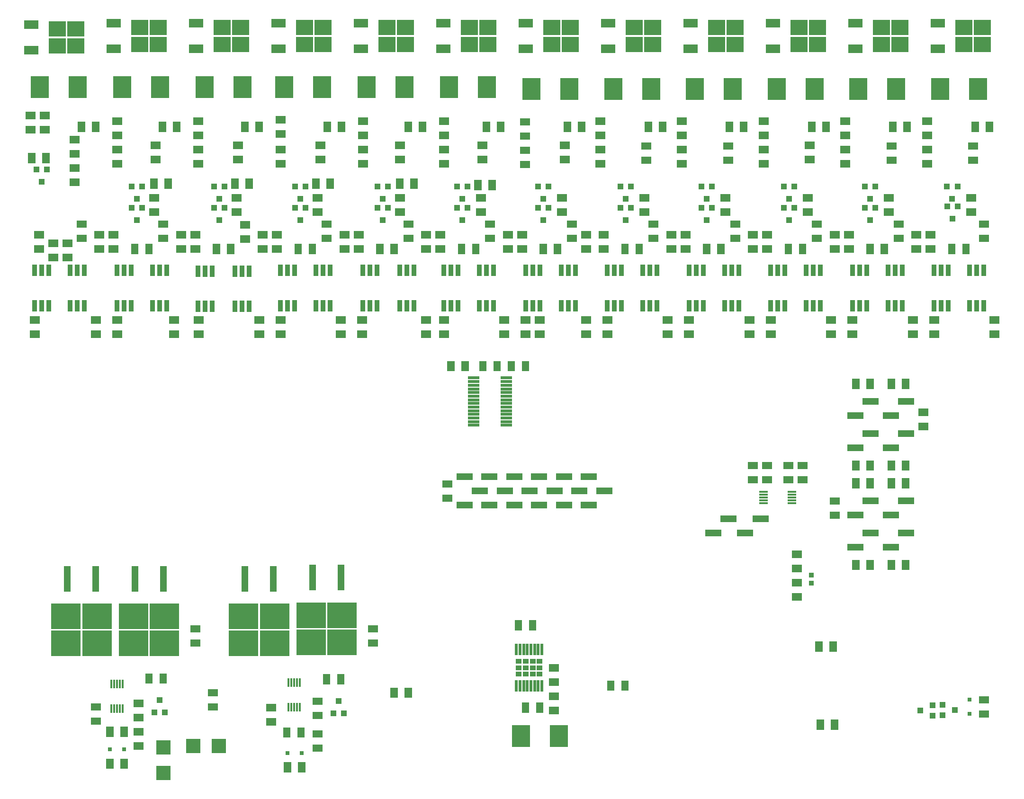
<source format=gtp>
G04 #@! TF.GenerationSoftware,KiCad,Pcbnew,(5.1.6)-1*
G04 #@! TF.CreationDate,2023-07-15T17:20:03+02:00*
G04 #@! TF.ProjectId,zone-controller,7a6f6e65-2d63-46f6-9e74-726f6c6c6572,rev?*
G04 #@! TF.SameCoordinates,Original*
G04 #@! TF.FileFunction,Paste,Top*
G04 #@! TF.FilePolarity,Positive*
%FSLAX46Y46*%
G04 Gerber Fmt 4.6, Leading zero omitted, Abs format (unit mm)*
G04 Created by KiCad (PCBNEW (5.1.6)-1) date 2023-07-15 17:20:03*
%MOMM*%
%LPD*%
G01*
G04 APERTURE LIST*
%ADD10R,1.000000X1.000000*%
%ADD11C,0.100000*%
%ADD12R,1.500000X0.350000*%
%ADD13R,3.000000X1.250000*%
%ADD14R,2.500000X2.500000*%
%ADD15R,5.250000X4.550000*%
%ADD16R,1.250000X4.600000*%
%ADD17R,2.500000X1.500000*%
%ADD18R,3.050000X2.750000*%
%ADD19R,0.900000X2.000000*%
%ADD20R,0.350000X1.500000*%
%ADD21R,2.000000X0.500000*%
%ADD22R,1.050000X0.880000*%
%ADD23R,0.500000X2.000000*%
%ADD24R,0.800000X0.800000*%
%ADD25R,3.300000X4.000000*%
%ADD26R,0.900000X0.900000*%
G04 APERTURE END LIST*
D10*
X130810000Y-40570000D03*
X129860000Y-38370000D03*
X131760000Y-38370000D03*
D11*
G36*
X76846000Y-37226000D02*
G01*
X75046000Y-37226000D01*
X75046000Y-35926000D01*
X76846000Y-35926000D01*
X76846000Y-37226000D01*
G37*
G36*
X76846000Y-39766000D02*
G01*
X75046000Y-39766000D01*
X75046000Y-38466000D01*
X76846000Y-38466000D01*
X76846000Y-39766000D01*
G37*
G36*
X135012000Y-37226000D02*
G01*
X133212000Y-37226000D01*
X133212000Y-35926000D01*
X135012000Y-35926000D01*
X135012000Y-37226000D01*
G37*
G36*
X135012000Y-39766000D02*
G01*
X133212000Y-39766000D01*
X133212000Y-38466000D01*
X135012000Y-38466000D01*
X135012000Y-39766000D01*
G37*
G36*
X208164000Y-37226000D02*
G01*
X206364000Y-37226000D01*
X206364000Y-35926000D01*
X208164000Y-35926000D01*
X208164000Y-37226000D01*
G37*
G36*
X208164000Y-39766000D02*
G01*
X206364000Y-39766000D01*
X206364000Y-38466000D01*
X208164000Y-38466000D01*
X208164000Y-39766000D01*
G37*
G36*
X149744000Y-37226000D02*
G01*
X147944000Y-37226000D01*
X147944000Y-35926000D01*
X149744000Y-35926000D01*
X149744000Y-37226000D01*
G37*
G36*
X149744000Y-39766000D02*
G01*
X147944000Y-39766000D01*
X147944000Y-38466000D01*
X149744000Y-38466000D01*
X149744000Y-39766000D01*
G37*
G36*
X164222000Y-37226000D02*
G01*
X162422000Y-37226000D01*
X162422000Y-35926000D01*
X164222000Y-35926000D01*
X164222000Y-37226000D01*
G37*
G36*
X164222000Y-39766000D02*
G01*
X162422000Y-39766000D01*
X162422000Y-38466000D01*
X164222000Y-38466000D01*
X164222000Y-39766000D01*
G37*
G36*
X193432000Y-37226000D02*
G01*
X191632000Y-37226000D01*
X191632000Y-35926000D01*
X193432000Y-35926000D01*
X193432000Y-37226000D01*
G37*
G36*
X193432000Y-39766000D02*
G01*
X191632000Y-39766000D01*
X191632000Y-38466000D01*
X193432000Y-38466000D01*
X193432000Y-39766000D01*
G37*
G36*
X178954000Y-37226000D02*
G01*
X177154000Y-37226000D01*
X177154000Y-35926000D01*
X178954000Y-35926000D01*
X178954000Y-37226000D01*
G37*
G36*
X178954000Y-39766000D02*
G01*
X177154000Y-39766000D01*
X177154000Y-38466000D01*
X178954000Y-38466000D01*
X178954000Y-39766000D01*
G37*
G36*
X208676000Y-22976000D02*
G01*
X208676000Y-24776000D01*
X207376000Y-24776000D01*
X207376000Y-22976000D01*
X208676000Y-22976000D01*
G37*
G36*
X211216000Y-22976000D02*
G01*
X211216000Y-24776000D01*
X209916000Y-24776000D01*
X209916000Y-22976000D01*
X211216000Y-22976000D01*
G37*
G36*
X150256000Y-22976000D02*
G01*
X150256000Y-24776000D01*
X148956000Y-24776000D01*
X148956000Y-22976000D01*
X150256000Y-22976000D01*
G37*
G36*
X152796000Y-22976000D02*
G01*
X152796000Y-24776000D01*
X151496000Y-24776000D01*
X151496000Y-22976000D01*
X152796000Y-22976000D01*
G37*
G36*
X135778000Y-22976000D02*
G01*
X135778000Y-24776000D01*
X134478000Y-24776000D01*
X134478000Y-22976000D01*
X135778000Y-22976000D01*
G37*
G36*
X138318000Y-22976000D02*
G01*
X138318000Y-24776000D01*
X137018000Y-24776000D01*
X137018000Y-22976000D01*
X138318000Y-22976000D01*
G37*
G36*
X164734000Y-22976000D02*
G01*
X164734000Y-24776000D01*
X163434000Y-24776000D01*
X163434000Y-22976000D01*
X164734000Y-22976000D01*
G37*
G36*
X167274000Y-22976000D02*
G01*
X167274000Y-24776000D01*
X165974000Y-24776000D01*
X165974000Y-22976000D01*
X167274000Y-22976000D01*
G37*
G36*
X193944000Y-22976000D02*
G01*
X193944000Y-24776000D01*
X192644000Y-24776000D01*
X192644000Y-22976000D01*
X193944000Y-22976000D01*
G37*
G36*
X196484000Y-22976000D02*
G01*
X196484000Y-24776000D01*
X195184000Y-24776000D01*
X195184000Y-22976000D01*
X196484000Y-22976000D01*
G37*
G36*
X179466000Y-22976000D02*
G01*
X179466000Y-24776000D01*
X178166000Y-24776000D01*
X178166000Y-22976000D01*
X179466000Y-22976000D01*
G37*
G36*
X182006000Y-22976000D02*
G01*
X182006000Y-24776000D01*
X180706000Y-24776000D01*
X180706000Y-22976000D01*
X182006000Y-22976000D01*
G37*
G36*
X120534000Y-37226000D02*
G01*
X118734000Y-37226000D01*
X118734000Y-35926000D01*
X120534000Y-35926000D01*
X120534000Y-37226000D01*
G37*
G36*
X120534000Y-39766000D02*
G01*
X118734000Y-39766000D01*
X118734000Y-38466000D01*
X120534000Y-38466000D01*
X120534000Y-39766000D01*
G37*
G36*
X106056000Y-37226000D02*
G01*
X104256000Y-37226000D01*
X104256000Y-35926000D01*
X106056000Y-35926000D01*
X106056000Y-37226000D01*
G37*
G36*
X106056000Y-39766000D02*
G01*
X104256000Y-39766000D01*
X104256000Y-38466000D01*
X106056000Y-38466000D01*
X106056000Y-39766000D01*
G37*
G36*
X62114000Y-37226000D02*
G01*
X60314000Y-37226000D01*
X60314000Y-35926000D01*
X62114000Y-35926000D01*
X62114000Y-37226000D01*
G37*
G36*
X62114000Y-39766000D02*
G01*
X60314000Y-39766000D01*
X60314000Y-38466000D01*
X62114000Y-38466000D01*
X62114000Y-39766000D01*
G37*
G36*
X91324000Y-37226000D02*
G01*
X89524000Y-37226000D01*
X89524000Y-35926000D01*
X91324000Y-35926000D01*
X91324000Y-37226000D01*
G37*
G36*
X91324000Y-39766000D02*
G01*
X89524000Y-39766000D01*
X89524000Y-38466000D01*
X91324000Y-38466000D01*
X91324000Y-39766000D01*
G37*
G36*
X46090000Y-33132000D02*
G01*
X47890000Y-33132000D01*
X47890000Y-34432000D01*
X46090000Y-34432000D01*
X46090000Y-33132000D01*
G37*
G36*
X46090000Y-30592000D02*
G01*
X47890000Y-30592000D01*
X47890000Y-31892000D01*
X46090000Y-31892000D01*
X46090000Y-30592000D01*
G37*
G36*
X107330000Y-22976000D02*
G01*
X107330000Y-24776000D01*
X106030000Y-24776000D01*
X106030000Y-22976000D01*
X107330000Y-22976000D01*
G37*
G36*
X109870000Y-22976000D02*
G01*
X109870000Y-24776000D01*
X108570000Y-24776000D01*
X108570000Y-22976000D01*
X109870000Y-22976000D01*
G37*
G36*
X121300000Y-22976000D02*
G01*
X121300000Y-24776000D01*
X120000000Y-24776000D01*
X120000000Y-22976000D01*
X121300000Y-22976000D01*
G37*
G36*
X123840000Y-22976000D02*
G01*
X123840000Y-24776000D01*
X122540000Y-24776000D01*
X122540000Y-22976000D01*
X123840000Y-22976000D01*
G37*
G36*
X121016000Y-35190000D02*
G01*
X121016000Y-33390000D01*
X122316000Y-33390000D01*
X122316000Y-35190000D01*
X121016000Y-35190000D01*
G37*
G36*
X118476000Y-35190000D02*
G01*
X118476000Y-33390000D01*
X119776000Y-33390000D01*
X119776000Y-35190000D01*
X118476000Y-35190000D01*
G37*
G36*
X107046000Y-34936000D02*
G01*
X107046000Y-33136000D01*
X108346000Y-33136000D01*
X108346000Y-34936000D01*
X107046000Y-34936000D01*
G37*
G36*
X104506000Y-34936000D02*
G01*
X104506000Y-33136000D01*
X105806000Y-33136000D01*
X105806000Y-34936000D01*
X104506000Y-34936000D01*
G37*
G36*
X63388000Y-22976000D02*
G01*
X63388000Y-24776000D01*
X62088000Y-24776000D01*
X62088000Y-22976000D01*
X63388000Y-22976000D01*
G37*
G36*
X65928000Y-22976000D02*
G01*
X65928000Y-24776000D01*
X64628000Y-24776000D01*
X64628000Y-22976000D01*
X65928000Y-22976000D01*
G37*
G36*
X92852000Y-22976000D02*
G01*
X92852000Y-24776000D01*
X91552000Y-24776000D01*
X91552000Y-22976000D01*
X92852000Y-22976000D01*
G37*
G36*
X95392000Y-22976000D02*
G01*
X95392000Y-24776000D01*
X94092000Y-24776000D01*
X94092000Y-22976000D01*
X95392000Y-22976000D01*
G37*
G36*
X78120000Y-22976000D02*
G01*
X78120000Y-24776000D01*
X76820000Y-24776000D01*
X76820000Y-22976000D01*
X78120000Y-22976000D01*
G37*
G36*
X80660000Y-22976000D02*
G01*
X80660000Y-24776000D01*
X79360000Y-24776000D01*
X79360000Y-22976000D01*
X80660000Y-22976000D01*
G37*
G36*
X63104000Y-34936000D02*
G01*
X63104000Y-33136000D01*
X64404000Y-33136000D01*
X64404000Y-34936000D01*
X63104000Y-34936000D01*
G37*
G36*
X60564000Y-34936000D02*
G01*
X60564000Y-33136000D01*
X61864000Y-33136000D01*
X61864000Y-34936000D01*
X60564000Y-34936000D01*
G37*
G36*
X92060000Y-34936000D02*
G01*
X92060000Y-33136000D01*
X93360000Y-33136000D01*
X93360000Y-34936000D01*
X92060000Y-34936000D01*
G37*
G36*
X89520000Y-34936000D02*
G01*
X89520000Y-33136000D01*
X90820000Y-33136000D01*
X90820000Y-34936000D01*
X89520000Y-34936000D01*
G37*
G36*
X77582000Y-34936000D02*
G01*
X77582000Y-33136000D01*
X78882000Y-33136000D01*
X78882000Y-34936000D01*
X77582000Y-34936000D01*
G37*
G36*
X75042000Y-34936000D02*
G01*
X75042000Y-33136000D01*
X76342000Y-33136000D01*
X76342000Y-34936000D01*
X75042000Y-34936000D01*
G37*
G36*
X48910000Y-22976000D02*
G01*
X48910000Y-24776000D01*
X47610000Y-24776000D01*
X47610000Y-22976000D01*
X48910000Y-22976000D01*
G37*
G36*
X51450000Y-22976000D02*
G01*
X51450000Y-24776000D01*
X50150000Y-24776000D01*
X50150000Y-22976000D01*
X51450000Y-22976000D01*
G37*
G36*
X40020000Y-28564000D02*
G01*
X40020000Y-30364000D01*
X38720000Y-30364000D01*
X38720000Y-28564000D01*
X40020000Y-28564000D01*
G37*
G36*
X42560000Y-28564000D02*
G01*
X42560000Y-30364000D01*
X41260000Y-30364000D01*
X41260000Y-28564000D01*
X42560000Y-28564000D01*
G37*
D10*
X203962000Y-40316000D03*
X203012000Y-38116000D03*
X204912000Y-38116000D03*
X145542000Y-40570000D03*
X144592000Y-38370000D03*
X146492000Y-38370000D03*
X160020000Y-40570000D03*
X159070000Y-38370000D03*
X160970000Y-38370000D03*
X189230000Y-40570000D03*
X188280000Y-38370000D03*
X190180000Y-38370000D03*
X174752000Y-40570000D03*
X173802000Y-38370000D03*
X175702000Y-38370000D03*
X130810000Y-36744000D03*
X129860000Y-34544000D03*
X131760000Y-34544000D03*
X203896000Y-36744000D03*
X202946000Y-34544000D03*
X204846000Y-34544000D03*
X145542000Y-36760000D03*
X144592000Y-34560000D03*
X146492000Y-34560000D03*
X160020000Y-36760000D03*
X159070000Y-34560000D03*
X160970000Y-34560000D03*
X189230000Y-36760000D03*
X188280000Y-34560000D03*
X190180000Y-34560000D03*
X174752000Y-36744000D03*
X173802000Y-34544000D03*
X175702000Y-34544000D03*
X116332000Y-40570000D03*
X115382000Y-38370000D03*
X117282000Y-38370000D03*
X102108000Y-40570000D03*
X101158000Y-38370000D03*
X103058000Y-38370000D03*
X58166000Y-40570000D03*
X57216000Y-38370000D03*
X59116000Y-38370000D03*
X87376000Y-40570000D03*
X86426000Y-38370000D03*
X88326000Y-38370000D03*
X72898000Y-40570000D03*
X71948000Y-38370000D03*
X73848000Y-38370000D03*
X116332000Y-36760000D03*
X115382000Y-34560000D03*
X117282000Y-34560000D03*
X102108000Y-36760000D03*
X101158000Y-34560000D03*
X103058000Y-34560000D03*
X58166000Y-36760000D03*
X57216000Y-34560000D03*
X59116000Y-34560000D03*
X87376000Y-36760000D03*
X86426000Y-34560000D03*
X88326000Y-34560000D03*
X72898000Y-36760000D03*
X71948000Y-34560000D03*
X73848000Y-34560000D03*
X41148000Y-33712000D03*
X40198000Y-31512000D03*
X42098000Y-31512000D03*
D12*
X175260000Y-89170000D03*
X175260000Y-89670000D03*
X175260000Y-90170000D03*
X175260000Y-90670000D03*
X175260000Y-91170000D03*
X170180000Y-91170000D03*
X170180000Y-90670000D03*
X170180000Y-90170000D03*
X170180000Y-89170000D03*
X170180000Y-89670000D03*
D13*
X192935000Y-99060000D03*
X195685000Y-96520000D03*
D11*
G36*
X194930000Y-85355000D02*
G01*
X194930000Y-83555000D01*
X196230000Y-83555000D01*
X196230000Y-85355000D01*
X194930000Y-85355000D01*
G37*
G36*
X192390000Y-85355000D02*
G01*
X192390000Y-83555000D01*
X193690000Y-83555000D01*
X193690000Y-85355000D01*
X192390000Y-85355000D01*
G37*
G36*
X188580000Y-85355000D02*
G01*
X188580000Y-83555000D01*
X189880000Y-83555000D01*
X189880000Y-85355000D01*
X188580000Y-85355000D01*
G37*
G36*
X186040000Y-85355000D02*
G01*
X186040000Y-83555000D01*
X187340000Y-83555000D01*
X187340000Y-85355000D01*
X186040000Y-85355000D01*
G37*
G36*
X197855000Y-76820000D02*
G01*
X199655000Y-76820000D01*
X199655000Y-78120000D01*
X197855000Y-78120000D01*
X197855000Y-76820000D01*
G37*
G36*
X197855000Y-74280000D02*
G01*
X199655000Y-74280000D01*
X199655000Y-75580000D01*
X197855000Y-75580000D01*
X197855000Y-74280000D01*
G37*
G36*
X187340000Y-68950000D02*
G01*
X187340000Y-70750000D01*
X186040000Y-70750000D01*
X186040000Y-68950000D01*
X187340000Y-68950000D01*
G37*
G36*
X189880000Y-68950000D02*
G01*
X189880000Y-70750000D01*
X188580000Y-70750000D01*
X188580000Y-68950000D01*
X189880000Y-68950000D01*
G37*
G36*
X193690000Y-68950000D02*
G01*
X193690000Y-70750000D01*
X192390000Y-70750000D01*
X192390000Y-68950000D01*
X193690000Y-68950000D01*
G37*
G36*
X196230000Y-68950000D02*
G01*
X196230000Y-70750000D01*
X194930000Y-70750000D01*
X194930000Y-68950000D01*
X196230000Y-68950000D01*
G37*
G36*
X187340000Y-101335000D02*
G01*
X187340000Y-103135000D01*
X186040000Y-103135000D01*
X186040000Y-101335000D01*
X187340000Y-101335000D01*
G37*
G36*
X189880000Y-101335000D02*
G01*
X189880000Y-103135000D01*
X188580000Y-103135000D01*
X188580000Y-101335000D01*
X189880000Y-101335000D01*
G37*
G36*
X193690000Y-101335000D02*
G01*
X193690000Y-103135000D01*
X192390000Y-103135000D01*
X192390000Y-101335000D01*
X193690000Y-101335000D01*
G37*
G36*
X196230000Y-101335000D02*
G01*
X196230000Y-103135000D01*
X194930000Y-103135000D01*
X194930000Y-101335000D01*
X196230000Y-101335000D01*
G37*
G36*
X181980000Y-92695000D02*
G01*
X183780000Y-92695000D01*
X183780000Y-93995000D01*
X181980000Y-93995000D01*
X181980000Y-92695000D01*
G37*
G36*
X181980000Y-90155000D02*
G01*
X183780000Y-90155000D01*
X183780000Y-91455000D01*
X181980000Y-91455000D01*
X181980000Y-90155000D01*
G37*
G36*
X194930000Y-88530000D02*
G01*
X194930000Y-86730000D01*
X196230000Y-86730000D01*
X196230000Y-88530000D01*
X194930000Y-88530000D01*
G37*
G36*
X192390000Y-88530000D02*
G01*
X192390000Y-86730000D01*
X193690000Y-86730000D01*
X193690000Y-88530000D01*
X192390000Y-88530000D01*
G37*
G36*
X188580000Y-88530000D02*
G01*
X188580000Y-86730000D01*
X189880000Y-86730000D01*
X189880000Y-88530000D01*
X188580000Y-88530000D01*
G37*
G36*
X186040000Y-88530000D02*
G01*
X186040000Y-86730000D01*
X187340000Y-86730000D01*
X187340000Y-88530000D01*
X186040000Y-88530000D01*
G37*
D13*
X189335000Y-78740000D03*
X186585000Y-81280000D03*
X192935000Y-81280000D03*
X195685000Y-78740000D03*
X195685000Y-73025000D03*
X192935000Y-75565000D03*
X186585000Y-75565000D03*
X189335000Y-73025000D03*
X189335000Y-96520000D03*
X186585000Y-99060000D03*
X186585000Y-93345000D03*
X189335000Y-90805000D03*
X195685000Y-90805000D03*
X192935000Y-93345000D03*
D11*
G36*
X129275000Y-60310000D02*
G01*
X131075000Y-60310000D01*
X131075000Y-61610000D01*
X129275000Y-61610000D01*
X129275000Y-60310000D01*
G37*
G36*
X129275000Y-57770000D02*
G01*
X131075000Y-57770000D01*
X131075000Y-59070000D01*
X129275000Y-59070000D01*
X129275000Y-57770000D01*
G37*
D13*
X138960000Y-86487000D03*
X138960000Y-91567000D03*
X141710000Y-89027000D03*
X134515000Y-86487000D03*
X134515000Y-91567000D03*
X137265000Y-89027000D03*
X130070000Y-86487000D03*
X130070000Y-91567000D03*
X132820000Y-89027000D03*
X125625000Y-86487000D03*
X125625000Y-91567000D03*
X128375000Y-89027000D03*
X121180000Y-86487000D03*
X121180000Y-91567000D03*
X123930000Y-89027000D03*
X116735000Y-86487000D03*
X116735000Y-91567000D03*
X119485000Y-89027000D03*
X166900000Y-96520000D03*
X169650000Y-93980000D03*
X161185000Y-96520000D03*
X163935000Y-93980000D03*
D14*
X68185000Y-134620000D03*
X72785000Y-134620000D03*
X62865000Y-139460000D03*
X62865000Y-134860000D03*
D15*
X94850000Y-116090000D03*
X94850000Y-111240000D03*
X89300000Y-111240000D03*
X89300000Y-116090000D03*
D16*
X89535000Y-104515000D03*
X94615000Y-104515000D03*
D15*
X82785000Y-116290000D03*
X82785000Y-111440000D03*
X77235000Y-111440000D03*
X77235000Y-116290000D03*
D16*
X77470000Y-104715000D03*
X82550000Y-104715000D03*
D15*
X63100000Y-116290000D03*
X63100000Y-111440000D03*
X57550000Y-111440000D03*
X57550000Y-116290000D03*
D16*
X57785000Y-104715000D03*
X62865000Y-104715000D03*
D15*
X51035000Y-116290000D03*
X51035000Y-111440000D03*
X45485000Y-111440000D03*
X45485000Y-116290000D03*
D16*
X45720000Y-104715000D03*
X50800000Y-104715000D03*
D17*
X39293000Y-5594000D03*
X39293000Y-10154000D03*
D18*
X47268000Y-9399000D03*
X43918000Y-6349000D03*
X47268000Y-6349000D03*
X43918000Y-9399000D03*
D19*
X207010000Y-49555000D03*
X208280000Y-55855000D03*
X209550000Y-49555000D03*
X208280000Y-49555000D03*
X209550000Y-55855000D03*
X207010000Y-55855000D03*
X203200000Y-55855000D03*
X201930000Y-49555000D03*
X200660000Y-55855000D03*
X201930000Y-55855000D03*
X200660000Y-49555000D03*
X203200000Y-49555000D03*
X192405000Y-49555000D03*
X193675000Y-55855000D03*
X194945000Y-49555000D03*
X193675000Y-49555000D03*
X194945000Y-55855000D03*
X192405000Y-55855000D03*
X188595000Y-55855000D03*
X187325000Y-49555000D03*
X186055000Y-55855000D03*
X187325000Y-55855000D03*
X186055000Y-49555000D03*
X188595000Y-49555000D03*
X177800000Y-49555000D03*
X179070000Y-55855000D03*
X180340000Y-49555000D03*
X179070000Y-49555000D03*
X180340000Y-55855000D03*
X177800000Y-55855000D03*
X173990000Y-55855000D03*
X172720000Y-49555000D03*
X171450000Y-55855000D03*
X172720000Y-55855000D03*
X171450000Y-49555000D03*
X173990000Y-49555000D03*
X163195000Y-49555000D03*
X164465000Y-55855000D03*
X165735000Y-49555000D03*
X164465000Y-49555000D03*
X165735000Y-55855000D03*
X163195000Y-55855000D03*
X159385000Y-55855000D03*
X158115000Y-49555000D03*
X156845000Y-55855000D03*
X158115000Y-55855000D03*
X156845000Y-49555000D03*
X159385000Y-49555000D03*
X148590000Y-49555000D03*
X149860000Y-55855000D03*
X151130000Y-49555000D03*
X149860000Y-49555000D03*
X151130000Y-55855000D03*
X148590000Y-55855000D03*
X144780000Y-55855000D03*
X143510000Y-49555000D03*
X142240000Y-55855000D03*
X143510000Y-55855000D03*
X142240000Y-49555000D03*
X144780000Y-49555000D03*
X133985000Y-49555000D03*
X135255000Y-55855000D03*
X136525000Y-49555000D03*
X135255000Y-49555000D03*
X136525000Y-55855000D03*
X133985000Y-55855000D03*
X130175000Y-55855000D03*
X128905000Y-49555000D03*
X127635000Y-55855000D03*
X128905000Y-55855000D03*
X127635000Y-49555000D03*
X130175000Y-49555000D03*
X119380000Y-49555000D03*
X120650000Y-55855000D03*
X121920000Y-49555000D03*
X120650000Y-49555000D03*
X121920000Y-55855000D03*
X119380000Y-55855000D03*
X115570000Y-55855000D03*
X114300000Y-49555000D03*
X113030000Y-55855000D03*
X114300000Y-55855000D03*
X113030000Y-49555000D03*
X115570000Y-49555000D03*
X105156000Y-49555000D03*
X106426000Y-55855000D03*
X107696000Y-49555000D03*
X106426000Y-49555000D03*
X107696000Y-55855000D03*
X105156000Y-55855000D03*
X101092000Y-55855000D03*
X99822000Y-49555000D03*
X98552000Y-55855000D03*
X99822000Y-55855000D03*
X98552000Y-49555000D03*
X101092000Y-49555000D03*
X90170000Y-49555000D03*
X91440000Y-55855000D03*
X92710000Y-49555000D03*
X91440000Y-49555000D03*
X92710000Y-55855000D03*
X90170000Y-55855000D03*
X86360000Y-55855000D03*
X85090000Y-49555000D03*
X83820000Y-55855000D03*
X85090000Y-55855000D03*
X83820000Y-49555000D03*
X86360000Y-49555000D03*
X75692000Y-49682000D03*
X76962000Y-55982000D03*
X78232000Y-49682000D03*
X76962000Y-49682000D03*
X78232000Y-55982000D03*
X75692000Y-55982000D03*
X71628000Y-55982000D03*
X70358000Y-49682000D03*
X69088000Y-55982000D03*
X70358000Y-55982000D03*
X69088000Y-49682000D03*
X71628000Y-49682000D03*
X60960000Y-49555000D03*
X62230000Y-55855000D03*
X63500000Y-49555000D03*
X62230000Y-49555000D03*
X63500000Y-55855000D03*
X60960000Y-55855000D03*
X57150000Y-55855000D03*
X55880000Y-49555000D03*
X54610000Y-55855000D03*
X55880000Y-55855000D03*
X54610000Y-49555000D03*
X57150000Y-49555000D03*
X46228000Y-49555000D03*
X47498000Y-55855000D03*
X48768000Y-49555000D03*
X47498000Y-49555000D03*
X48768000Y-55855000D03*
X46228000Y-55855000D03*
X42418000Y-55855000D03*
X41148000Y-49555000D03*
X39878000Y-55855000D03*
X41148000Y-55855000D03*
X39878000Y-49555000D03*
X42418000Y-49555000D03*
D20*
X86749000Y-127717000D03*
X87249000Y-123317000D03*
X86249000Y-123317000D03*
X85249000Y-127717000D03*
X85749000Y-123317000D03*
X85749000Y-127717000D03*
X85249000Y-123317000D03*
X87249000Y-127717000D03*
X86749000Y-123317000D03*
X86249000Y-127717000D03*
X55110000Y-127930000D03*
X55610000Y-123530000D03*
X54610000Y-123530000D03*
X53610000Y-127930000D03*
X54110000Y-123530000D03*
X54110000Y-127930000D03*
X53610000Y-123530000D03*
X55610000Y-127930000D03*
X55110000Y-123530000D03*
X54610000Y-127930000D03*
D21*
X124187500Y-77250000D03*
X124187500Y-72050000D03*
X124187500Y-75950000D03*
X124187500Y-70750000D03*
X118382500Y-71400000D03*
X118382500Y-77250000D03*
X118382500Y-72700000D03*
X124187500Y-70100000D03*
X124187500Y-69450000D03*
X124187500Y-68800000D03*
X118382500Y-75300000D03*
X118382500Y-70750000D03*
X118382500Y-70100000D03*
X124187500Y-74000000D03*
X118382500Y-74650000D03*
X124187500Y-73350000D03*
X118382500Y-68800000D03*
X118382500Y-73350000D03*
X124187500Y-72700000D03*
X124187500Y-76600000D03*
X118382500Y-72050000D03*
X118382500Y-74000000D03*
X124187500Y-74650000D03*
X118382500Y-75950000D03*
X124187500Y-71400000D03*
X118382500Y-69450000D03*
X118382500Y-76600000D03*
X124187500Y-75300000D03*
D17*
X201345000Y-5340000D03*
X201345000Y-9900000D03*
D18*
X209320000Y-9145000D03*
X205970000Y-6095000D03*
X209320000Y-6095000D03*
X205970000Y-9145000D03*
D17*
X186613000Y-5340000D03*
X186613000Y-9900000D03*
D18*
X194588000Y-9145000D03*
X191238000Y-6095000D03*
X194588000Y-6095000D03*
X191238000Y-9145000D03*
D17*
X171881000Y-5340000D03*
X171881000Y-9900000D03*
D18*
X179856000Y-9145000D03*
X176506000Y-6095000D03*
X179856000Y-6095000D03*
X176506000Y-9145000D03*
D17*
X157149000Y-5340000D03*
X157149000Y-9900000D03*
D18*
X165124000Y-9145000D03*
X161774000Y-6095000D03*
X165124000Y-6095000D03*
X161774000Y-9145000D03*
D17*
X142417000Y-5340000D03*
X142417000Y-9900000D03*
D18*
X150392000Y-9145000D03*
X147042000Y-6095000D03*
X150392000Y-6095000D03*
X147042000Y-9145000D03*
D17*
X127685000Y-5340000D03*
X127685000Y-9900000D03*
D18*
X135660000Y-9145000D03*
X132310000Y-6095000D03*
X135660000Y-6095000D03*
X132310000Y-9145000D03*
D17*
X112953000Y-5340000D03*
X112953000Y-9900000D03*
D18*
X120928000Y-9145000D03*
X117578000Y-6095000D03*
X120928000Y-6095000D03*
X117578000Y-9145000D03*
D17*
X98221000Y-5340000D03*
X98221000Y-9900000D03*
D18*
X106196000Y-9145000D03*
X102846000Y-6095000D03*
X106196000Y-6095000D03*
X102846000Y-9145000D03*
D17*
X83489000Y-5340000D03*
X83489000Y-9900000D03*
D18*
X91464000Y-9145000D03*
X88114000Y-6095000D03*
X91464000Y-6095000D03*
X88114000Y-9145000D03*
D17*
X68757000Y-5340000D03*
X68757000Y-9900000D03*
D18*
X76732000Y-9145000D03*
X73382000Y-6095000D03*
X76732000Y-6095000D03*
X73382000Y-9145000D03*
D17*
X54025000Y-5340000D03*
X54025000Y-9900000D03*
D18*
X62000000Y-9145000D03*
X58650000Y-6095000D03*
X62000000Y-6095000D03*
X58650000Y-9145000D03*
D22*
X127645000Y-121783400D03*
X126395000Y-121783400D03*
D23*
X129245000Y-117400000D03*
X130545000Y-123900000D03*
X126645000Y-117400000D03*
D22*
X127645000Y-119516600D03*
D23*
X127295000Y-123900000D03*
X129245000Y-123900000D03*
X128595000Y-117400000D03*
X125995000Y-123900000D03*
X127945000Y-123900000D03*
X128595000Y-123900000D03*
X129895000Y-123900000D03*
X126645000Y-123900000D03*
X130545000Y-117400000D03*
X129895000Y-117400000D03*
X127945000Y-117400000D03*
X127295000Y-117400000D03*
X125995000Y-117400000D03*
D22*
X126395000Y-120650000D03*
X126395000Y-119516600D03*
X127645000Y-120650000D03*
X130145000Y-119516600D03*
X128895000Y-119516600D03*
X130145000Y-120650000D03*
X130145000Y-121783400D03*
X128895000Y-121783400D03*
X128895000Y-120650000D03*
D11*
G36*
X106030000Y-125995000D02*
G01*
X106030000Y-124195000D01*
X107330000Y-124195000D01*
X107330000Y-125995000D01*
X106030000Y-125995000D01*
G37*
G36*
X103490000Y-125995000D02*
G01*
X103490000Y-124195000D01*
X104790000Y-124195000D01*
X104790000Y-125995000D01*
X103490000Y-125995000D01*
G37*
G36*
X93965000Y-123582000D02*
G01*
X93965000Y-121782000D01*
X95265000Y-121782000D01*
X95265000Y-123582000D01*
X93965000Y-123582000D01*
G37*
G36*
X91425000Y-123582000D02*
G01*
X91425000Y-121782000D01*
X92725000Y-121782000D01*
X92725000Y-123582000D01*
X91425000Y-123582000D01*
G37*
G36*
X89524000Y-128509000D02*
G01*
X91324000Y-128509000D01*
X91324000Y-129809000D01*
X89524000Y-129809000D01*
X89524000Y-128509000D01*
G37*
G36*
X89524000Y-125969000D02*
G01*
X91324000Y-125969000D01*
X91324000Y-127269000D01*
X89524000Y-127269000D01*
X89524000Y-125969000D01*
G37*
G36*
X81269000Y-129652000D02*
G01*
X83069000Y-129652000D01*
X83069000Y-130952000D01*
X81269000Y-130952000D01*
X81269000Y-129652000D01*
G37*
G36*
X81269000Y-127112000D02*
G01*
X83069000Y-127112000D01*
X83069000Y-128412000D01*
X81269000Y-128412000D01*
X81269000Y-127112000D01*
G37*
G36*
X91324000Y-133111000D02*
G01*
X89524000Y-133111000D01*
X89524000Y-131811000D01*
X91324000Y-131811000D01*
X91324000Y-133111000D01*
G37*
G36*
X91324000Y-135651000D02*
G01*
X89524000Y-135651000D01*
X89524000Y-134351000D01*
X91324000Y-134351000D01*
X91324000Y-135651000D01*
G37*
G36*
X114565000Y-88407000D02*
G01*
X112765000Y-88407000D01*
X112765000Y-87107000D01*
X114565000Y-87107000D01*
X114565000Y-88407000D01*
G37*
G36*
X114565000Y-90947000D02*
G01*
X112765000Y-90947000D01*
X112765000Y-89647000D01*
X114565000Y-89647000D01*
X114565000Y-90947000D01*
G37*
G36*
X208650000Y-128255000D02*
G01*
X210450000Y-128255000D01*
X210450000Y-129555000D01*
X208650000Y-129555000D01*
X208650000Y-128255000D01*
G37*
G36*
X208650000Y-125715000D02*
G01*
X210450000Y-125715000D01*
X210450000Y-127015000D01*
X208650000Y-127015000D01*
X208650000Y-125715000D01*
G37*
G36*
X70855000Y-126985000D02*
G01*
X72655000Y-126985000D01*
X72655000Y-128285000D01*
X70855000Y-128285000D01*
X70855000Y-126985000D01*
G37*
G36*
X70855000Y-124445000D02*
G01*
X72655000Y-124445000D01*
X72655000Y-125745000D01*
X70855000Y-125745000D01*
X70855000Y-124445000D01*
G37*
G36*
X62215000Y-123455000D02*
G01*
X62215000Y-121655000D01*
X63515000Y-121655000D01*
X63515000Y-123455000D01*
X62215000Y-123455000D01*
G37*
G36*
X59675000Y-123455000D02*
G01*
X59675000Y-121655000D01*
X60975000Y-121655000D01*
X60975000Y-123455000D01*
X59675000Y-123455000D01*
G37*
G36*
X177049000Y-106060000D02*
G01*
X175249000Y-106060000D01*
X175249000Y-104760000D01*
X177049000Y-104760000D01*
X177049000Y-106060000D01*
G37*
G36*
X177049000Y-108600000D02*
G01*
X175249000Y-108600000D01*
X175249000Y-107300000D01*
X177049000Y-107300000D01*
X177049000Y-108600000D01*
G37*
G36*
X57520000Y-128890000D02*
G01*
X59320000Y-128890000D01*
X59320000Y-130190000D01*
X57520000Y-130190000D01*
X57520000Y-128890000D01*
G37*
G36*
X57520000Y-126350000D02*
G01*
X59320000Y-126350000D01*
X59320000Y-127650000D01*
X57520000Y-127650000D01*
X57520000Y-126350000D01*
G37*
G36*
X181976000Y-117740000D02*
G01*
X181976000Y-115940000D01*
X183276000Y-115940000D01*
X183276000Y-117740000D01*
X181976000Y-117740000D01*
G37*
G36*
X179436000Y-117740000D02*
G01*
X179436000Y-115940000D01*
X180736000Y-115940000D01*
X180736000Y-117740000D01*
X179436000Y-117740000D01*
G37*
G36*
X49900000Y-129525000D02*
G01*
X51700000Y-129525000D01*
X51700000Y-130825000D01*
X49900000Y-130825000D01*
X49900000Y-129525000D01*
G37*
G36*
X49900000Y-126985000D02*
G01*
X51700000Y-126985000D01*
X51700000Y-128285000D01*
X49900000Y-128285000D01*
X49900000Y-126985000D01*
G37*
G36*
X59320000Y-132730000D02*
G01*
X57520000Y-132730000D01*
X57520000Y-131430000D01*
X59320000Y-131430000D01*
X59320000Y-132730000D01*
G37*
G36*
X59320000Y-135270000D02*
G01*
X57520000Y-135270000D01*
X57520000Y-133970000D01*
X59320000Y-133970000D01*
X59320000Y-135270000D01*
G37*
G36*
X182230000Y-131710000D02*
G01*
X182230000Y-129910000D01*
X183530000Y-129910000D01*
X183530000Y-131710000D01*
X182230000Y-131710000D01*
G37*
G36*
X179690000Y-131710000D02*
G01*
X179690000Y-129910000D01*
X180990000Y-129910000D01*
X180990000Y-131710000D01*
X179690000Y-131710000D01*
G37*
G36*
X210450000Y-41925000D02*
G01*
X208650000Y-41925000D01*
X208650000Y-40625000D01*
X210450000Y-40625000D01*
X210450000Y-41925000D01*
G37*
G36*
X210450000Y-44465000D02*
G01*
X208650000Y-44465000D01*
X208650000Y-43165000D01*
X210450000Y-43165000D01*
X210450000Y-44465000D01*
G37*
G36*
X195210000Y-41925000D02*
G01*
X193410000Y-41925000D01*
X193410000Y-40625000D01*
X195210000Y-40625000D01*
X195210000Y-41925000D01*
G37*
G36*
X195210000Y-44465000D02*
G01*
X193410000Y-44465000D01*
X193410000Y-43165000D01*
X195210000Y-43165000D01*
X195210000Y-44465000D01*
G37*
G36*
X180605000Y-41925000D02*
G01*
X178805000Y-41925000D01*
X178805000Y-40625000D01*
X180605000Y-40625000D01*
X180605000Y-41925000D01*
G37*
G36*
X180605000Y-44465000D02*
G01*
X178805000Y-44465000D01*
X178805000Y-43165000D01*
X180605000Y-43165000D01*
X180605000Y-44465000D01*
G37*
G36*
X166000000Y-41925000D02*
G01*
X164200000Y-41925000D01*
X164200000Y-40625000D01*
X166000000Y-40625000D01*
X166000000Y-41925000D01*
G37*
G36*
X166000000Y-44465000D02*
G01*
X164200000Y-44465000D01*
X164200000Y-43165000D01*
X166000000Y-43165000D01*
X166000000Y-44465000D01*
G37*
G36*
X151395000Y-41925000D02*
G01*
X149595000Y-41925000D01*
X149595000Y-40625000D01*
X151395000Y-40625000D01*
X151395000Y-41925000D01*
G37*
G36*
X151395000Y-44465000D02*
G01*
X149595000Y-44465000D01*
X149595000Y-43165000D01*
X151395000Y-43165000D01*
X151395000Y-44465000D01*
G37*
G36*
X136790000Y-41925000D02*
G01*
X134990000Y-41925000D01*
X134990000Y-40625000D01*
X136790000Y-40625000D01*
X136790000Y-41925000D01*
G37*
G36*
X136790000Y-44465000D02*
G01*
X134990000Y-44465000D01*
X134990000Y-43165000D01*
X136790000Y-43165000D01*
X136790000Y-44465000D01*
G37*
G36*
X205725000Y-46620000D02*
G01*
X205725000Y-44820000D01*
X207025000Y-44820000D01*
X207025000Y-46620000D01*
X205725000Y-46620000D01*
G37*
G36*
X203185000Y-46620000D02*
G01*
X203185000Y-44820000D01*
X204485000Y-44820000D01*
X204485000Y-46620000D01*
X203185000Y-46620000D01*
G37*
G36*
X191120000Y-46620000D02*
G01*
X191120000Y-44820000D01*
X192420000Y-44820000D01*
X192420000Y-46620000D01*
X191120000Y-46620000D01*
G37*
G36*
X188580000Y-46620000D02*
G01*
X188580000Y-44820000D01*
X189880000Y-44820000D01*
X189880000Y-46620000D01*
X188580000Y-46620000D01*
G37*
G36*
X176515000Y-46620000D02*
G01*
X176515000Y-44820000D01*
X177815000Y-44820000D01*
X177815000Y-46620000D01*
X176515000Y-46620000D01*
G37*
G36*
X173975000Y-46620000D02*
G01*
X173975000Y-44820000D01*
X175275000Y-44820000D01*
X175275000Y-46620000D01*
X173975000Y-46620000D01*
G37*
G36*
X161910000Y-46620000D02*
G01*
X161910000Y-44820000D01*
X163210000Y-44820000D01*
X163210000Y-46620000D01*
X161910000Y-46620000D01*
G37*
G36*
X159370000Y-46620000D02*
G01*
X159370000Y-44820000D01*
X160670000Y-44820000D01*
X160670000Y-46620000D01*
X159370000Y-46620000D01*
G37*
G36*
X147305000Y-46620000D02*
G01*
X147305000Y-44820000D01*
X148605000Y-44820000D01*
X148605000Y-46620000D01*
X147305000Y-46620000D01*
G37*
G36*
X144765000Y-46620000D02*
G01*
X144765000Y-44820000D01*
X146065000Y-44820000D01*
X146065000Y-46620000D01*
X144765000Y-46620000D01*
G37*
G36*
X132700000Y-46620000D02*
G01*
X132700000Y-44820000D01*
X134000000Y-44820000D01*
X134000000Y-46620000D01*
X132700000Y-46620000D01*
G37*
G36*
X130160000Y-46620000D02*
G01*
X130160000Y-44820000D01*
X131460000Y-44820000D01*
X131460000Y-46620000D01*
X130160000Y-46620000D01*
G37*
G36*
X200290000Y-28590000D02*
G01*
X198490000Y-28590000D01*
X198490000Y-27290000D01*
X200290000Y-27290000D01*
X200290000Y-28590000D01*
G37*
G36*
X200290000Y-31130000D02*
G01*
X198490000Y-31130000D01*
X198490000Y-29830000D01*
X200290000Y-29830000D01*
X200290000Y-31130000D01*
G37*
G36*
X185685000Y-28590000D02*
G01*
X183885000Y-28590000D01*
X183885000Y-27290000D01*
X185685000Y-27290000D01*
X185685000Y-28590000D01*
G37*
G36*
X185685000Y-31130000D02*
G01*
X183885000Y-31130000D01*
X183885000Y-29830000D01*
X185685000Y-29830000D01*
X185685000Y-31130000D01*
G37*
G36*
X171080000Y-28590000D02*
G01*
X169280000Y-28590000D01*
X169280000Y-27290000D01*
X171080000Y-27290000D01*
X171080000Y-28590000D01*
G37*
G36*
X171080000Y-31130000D02*
G01*
X169280000Y-31130000D01*
X169280000Y-29830000D01*
X171080000Y-29830000D01*
X171080000Y-31130000D01*
G37*
G36*
X156475000Y-28590000D02*
G01*
X154675000Y-28590000D01*
X154675000Y-27290000D01*
X156475000Y-27290000D01*
X156475000Y-28590000D01*
G37*
G36*
X156475000Y-31130000D02*
G01*
X154675000Y-31130000D01*
X154675000Y-29830000D01*
X156475000Y-29830000D01*
X156475000Y-31130000D01*
G37*
G36*
X144765000Y-124725000D02*
G01*
X144765000Y-122925000D01*
X146065000Y-122925000D01*
X146065000Y-124725000D01*
X144765000Y-124725000D01*
G37*
G36*
X142225000Y-124725000D02*
G01*
X142225000Y-122925000D01*
X143525000Y-122925000D01*
X143525000Y-124725000D01*
X142225000Y-124725000D01*
G37*
G36*
X131815000Y-122540000D02*
G01*
X133615000Y-122540000D01*
X133615000Y-123840000D01*
X131815000Y-123840000D01*
X131815000Y-122540000D01*
G37*
G36*
X131815000Y-120000000D02*
G01*
X133615000Y-120000000D01*
X133615000Y-121300000D01*
X131815000Y-121300000D01*
X131815000Y-120000000D01*
G37*
G36*
X133615000Y-126380000D02*
G01*
X131815000Y-126380000D01*
X131815000Y-125080000D01*
X133615000Y-125080000D01*
X133615000Y-126380000D01*
G37*
G36*
X133615000Y-128920000D02*
G01*
X131815000Y-128920000D01*
X131815000Y-127620000D01*
X133615000Y-127620000D01*
X133615000Y-128920000D01*
G37*
G36*
X125745000Y-65775000D02*
G01*
X125745000Y-67575000D01*
X124445000Y-67575000D01*
X124445000Y-65775000D01*
X125745000Y-65775000D01*
G37*
G36*
X128285000Y-65775000D02*
G01*
X128285000Y-67575000D01*
X126985000Y-67575000D01*
X126985000Y-65775000D01*
X128285000Y-65775000D01*
G37*
G36*
X141870000Y-28590000D02*
G01*
X140070000Y-28590000D01*
X140070000Y-27290000D01*
X141870000Y-27290000D01*
X141870000Y-28590000D01*
G37*
G36*
X141870000Y-31130000D02*
G01*
X140070000Y-31130000D01*
X140070000Y-29830000D01*
X141870000Y-29830000D01*
X141870000Y-31130000D01*
G37*
G36*
X128408000Y-28717000D02*
G01*
X126608000Y-28717000D01*
X126608000Y-27417000D01*
X128408000Y-27417000D01*
X128408000Y-28717000D01*
G37*
G36*
X128408000Y-31257000D02*
G01*
X126608000Y-31257000D01*
X126608000Y-29957000D01*
X128408000Y-29957000D01*
X128408000Y-31257000D01*
G37*
G36*
X128408000Y-23637000D02*
G01*
X126608000Y-23637000D01*
X126608000Y-22337000D01*
X128408000Y-22337000D01*
X128408000Y-23637000D01*
G37*
G36*
X128408000Y-26177000D02*
G01*
X126608000Y-26177000D01*
X126608000Y-24877000D01*
X128408000Y-24877000D01*
X128408000Y-26177000D01*
G37*
G36*
X200290000Y-23510000D02*
G01*
X198490000Y-23510000D01*
X198490000Y-22210000D01*
X200290000Y-22210000D01*
X200290000Y-23510000D01*
G37*
G36*
X200290000Y-26050000D02*
G01*
X198490000Y-26050000D01*
X198490000Y-24750000D01*
X200290000Y-24750000D01*
X200290000Y-26050000D01*
G37*
G36*
X185685000Y-23510000D02*
G01*
X183885000Y-23510000D01*
X183885000Y-22210000D01*
X185685000Y-22210000D01*
X185685000Y-23510000D01*
G37*
G36*
X185685000Y-26050000D02*
G01*
X183885000Y-26050000D01*
X183885000Y-24750000D01*
X185685000Y-24750000D01*
X185685000Y-26050000D01*
G37*
G36*
X171080000Y-23510000D02*
G01*
X169280000Y-23510000D01*
X169280000Y-22210000D01*
X171080000Y-22210000D01*
X171080000Y-23510000D01*
G37*
G36*
X171080000Y-26050000D02*
G01*
X169280000Y-26050000D01*
X169280000Y-24750000D01*
X171080000Y-24750000D01*
X171080000Y-26050000D01*
G37*
G36*
X156475000Y-23510000D02*
G01*
X154675000Y-23510000D01*
X154675000Y-22210000D01*
X156475000Y-22210000D01*
X156475000Y-23510000D01*
G37*
G36*
X156475000Y-26050000D02*
G01*
X154675000Y-26050000D01*
X154675000Y-24750000D01*
X156475000Y-24750000D01*
X156475000Y-26050000D01*
G37*
G36*
X141870000Y-23510000D02*
G01*
X140070000Y-23510000D01*
X140070000Y-22210000D01*
X141870000Y-22210000D01*
X141870000Y-23510000D01*
G37*
G36*
X141870000Y-26050000D02*
G01*
X140070000Y-26050000D01*
X140070000Y-24750000D01*
X141870000Y-24750000D01*
X141870000Y-26050000D01*
G37*
G36*
X199760000Y-60310000D02*
G01*
X201560000Y-60310000D01*
X201560000Y-61610000D01*
X199760000Y-61610000D01*
X199760000Y-60310000D01*
G37*
G36*
X199760000Y-57770000D02*
G01*
X201560000Y-57770000D01*
X201560000Y-59070000D01*
X199760000Y-59070000D01*
X199760000Y-57770000D01*
G37*
G36*
X185155000Y-60310000D02*
G01*
X186955000Y-60310000D01*
X186955000Y-61610000D01*
X185155000Y-61610000D01*
X185155000Y-60310000D01*
G37*
G36*
X185155000Y-57770000D02*
G01*
X186955000Y-57770000D01*
X186955000Y-59070000D01*
X185155000Y-59070000D01*
X185155000Y-57770000D01*
G37*
G36*
X170550000Y-60310000D02*
G01*
X172350000Y-60310000D01*
X172350000Y-61610000D01*
X170550000Y-61610000D01*
X170550000Y-60310000D01*
G37*
G36*
X170550000Y-57770000D02*
G01*
X172350000Y-57770000D01*
X172350000Y-59070000D01*
X170550000Y-59070000D01*
X170550000Y-57770000D01*
G37*
G36*
X155945000Y-60310000D02*
G01*
X157745000Y-60310000D01*
X157745000Y-61610000D01*
X155945000Y-61610000D01*
X155945000Y-60310000D01*
G37*
G36*
X155945000Y-57770000D02*
G01*
X157745000Y-57770000D01*
X157745000Y-59070000D01*
X155945000Y-59070000D01*
X155945000Y-57770000D01*
G37*
G36*
X141340000Y-60310000D02*
G01*
X143140000Y-60310000D01*
X143140000Y-61610000D01*
X141340000Y-61610000D01*
X141340000Y-60310000D01*
G37*
G36*
X141340000Y-57770000D02*
G01*
X143140000Y-57770000D01*
X143140000Y-59070000D01*
X141340000Y-59070000D01*
X141340000Y-57770000D01*
G37*
G36*
X126735000Y-60310000D02*
G01*
X128535000Y-60310000D01*
X128535000Y-61610000D01*
X126735000Y-61610000D01*
X126735000Y-60310000D01*
G37*
G36*
X126735000Y-57770000D02*
G01*
X128535000Y-57770000D01*
X128535000Y-59070000D01*
X126735000Y-59070000D01*
X126735000Y-57770000D01*
G37*
G36*
X122185000Y-41925000D02*
G01*
X120385000Y-41925000D01*
X120385000Y-40625000D01*
X122185000Y-40625000D01*
X122185000Y-41925000D01*
G37*
G36*
X122185000Y-44465000D02*
G01*
X120385000Y-44465000D01*
X120385000Y-43165000D01*
X122185000Y-43165000D01*
X122185000Y-44465000D01*
G37*
G36*
X107580000Y-41925000D02*
G01*
X105780000Y-41925000D01*
X105780000Y-40625000D01*
X107580000Y-40625000D01*
X107580000Y-41925000D01*
G37*
G36*
X107580000Y-44465000D02*
G01*
X105780000Y-44465000D01*
X105780000Y-43165000D01*
X107580000Y-43165000D01*
X107580000Y-44465000D01*
G37*
G36*
X92975000Y-41925000D02*
G01*
X91175000Y-41925000D01*
X91175000Y-40625000D01*
X92975000Y-40625000D01*
X92975000Y-41925000D01*
G37*
G36*
X92975000Y-44465000D02*
G01*
X91175000Y-44465000D01*
X91175000Y-43165000D01*
X92975000Y-43165000D01*
X92975000Y-44465000D01*
G37*
G36*
X78370000Y-42052000D02*
G01*
X76570000Y-42052000D01*
X76570000Y-40752000D01*
X78370000Y-40752000D01*
X78370000Y-42052000D01*
G37*
G36*
X78370000Y-44592000D02*
G01*
X76570000Y-44592000D01*
X76570000Y-43292000D01*
X78370000Y-43292000D01*
X78370000Y-44592000D01*
G37*
G36*
X63765000Y-41925000D02*
G01*
X61965000Y-41925000D01*
X61965000Y-40625000D01*
X63765000Y-40625000D01*
X63765000Y-41925000D01*
G37*
G36*
X63765000Y-44465000D02*
G01*
X61965000Y-44465000D01*
X61965000Y-43165000D01*
X63765000Y-43165000D01*
X63765000Y-44465000D01*
G37*
G36*
X49160000Y-41925000D02*
G01*
X47360000Y-41925000D01*
X47360000Y-40625000D01*
X49160000Y-40625000D01*
X49160000Y-41925000D01*
G37*
G36*
X49160000Y-44465000D02*
G01*
X47360000Y-44465000D01*
X47360000Y-43165000D01*
X49160000Y-43165000D01*
X49160000Y-44465000D01*
G37*
G36*
X118095000Y-46620000D02*
G01*
X118095000Y-44820000D01*
X119395000Y-44820000D01*
X119395000Y-46620000D01*
X118095000Y-46620000D01*
G37*
G36*
X115555000Y-46620000D02*
G01*
X115555000Y-44820000D01*
X116855000Y-44820000D01*
X116855000Y-46620000D01*
X115555000Y-46620000D01*
G37*
G36*
X103490000Y-46620000D02*
G01*
X103490000Y-44820000D01*
X104790000Y-44820000D01*
X104790000Y-46620000D01*
X103490000Y-46620000D01*
G37*
G36*
X100950000Y-46620000D02*
G01*
X100950000Y-44820000D01*
X102250000Y-44820000D01*
X102250000Y-46620000D01*
X100950000Y-46620000D01*
G37*
G36*
X88885000Y-46620000D02*
G01*
X88885000Y-44820000D01*
X90185000Y-44820000D01*
X90185000Y-46620000D01*
X88885000Y-46620000D01*
G37*
G36*
X86345000Y-46620000D02*
G01*
X86345000Y-44820000D01*
X87645000Y-44820000D01*
X87645000Y-46620000D01*
X86345000Y-46620000D01*
G37*
G36*
X74280000Y-46620000D02*
G01*
X74280000Y-44820000D01*
X75580000Y-44820000D01*
X75580000Y-46620000D01*
X74280000Y-46620000D01*
G37*
G36*
X71740000Y-46620000D02*
G01*
X71740000Y-44820000D01*
X73040000Y-44820000D01*
X73040000Y-46620000D01*
X71740000Y-46620000D01*
G37*
G36*
X59675000Y-46620000D02*
G01*
X59675000Y-44820000D01*
X60975000Y-44820000D01*
X60975000Y-46620000D01*
X59675000Y-46620000D01*
G37*
G36*
X57135000Y-46620000D02*
G01*
X57135000Y-44820000D01*
X58435000Y-44820000D01*
X58435000Y-46620000D01*
X57135000Y-46620000D01*
G37*
G36*
X112130000Y-24750000D02*
G01*
X113930000Y-24750000D01*
X113930000Y-26050000D01*
X112130000Y-26050000D01*
X112130000Y-24750000D01*
G37*
G36*
X112130000Y-22210000D02*
G01*
X113930000Y-22210000D01*
X113930000Y-23510000D01*
X112130000Y-23510000D01*
X112130000Y-22210000D01*
G37*
G36*
X97652000Y-24750000D02*
G01*
X99452000Y-24750000D01*
X99452000Y-26050000D01*
X97652000Y-26050000D01*
X97652000Y-24750000D01*
G37*
G36*
X97652000Y-22210000D02*
G01*
X99452000Y-22210000D01*
X99452000Y-23510000D01*
X97652000Y-23510000D01*
X97652000Y-22210000D01*
G37*
G36*
X82920000Y-24496000D02*
G01*
X84720000Y-24496000D01*
X84720000Y-25796000D01*
X82920000Y-25796000D01*
X82920000Y-24496000D01*
G37*
G36*
X82920000Y-21956000D02*
G01*
X84720000Y-21956000D01*
X84720000Y-23256000D01*
X82920000Y-23256000D01*
X82920000Y-21956000D01*
G37*
G36*
X68188000Y-24750000D02*
G01*
X69988000Y-24750000D01*
X69988000Y-26050000D01*
X68188000Y-26050000D01*
X68188000Y-24750000D01*
G37*
G36*
X68188000Y-22210000D02*
G01*
X69988000Y-22210000D01*
X69988000Y-23510000D01*
X68188000Y-23510000D01*
X68188000Y-22210000D01*
G37*
G36*
X53710000Y-24750000D02*
G01*
X55510000Y-24750000D01*
X55510000Y-26050000D01*
X53710000Y-26050000D01*
X53710000Y-24750000D01*
G37*
G36*
X53710000Y-22210000D02*
G01*
X55510000Y-22210000D01*
X55510000Y-23510000D01*
X53710000Y-23510000D01*
X53710000Y-22210000D01*
G37*
G36*
X40756000Y-23734000D02*
G01*
X42556000Y-23734000D01*
X42556000Y-25034000D01*
X40756000Y-25034000D01*
X40756000Y-23734000D01*
G37*
G36*
X40756000Y-21194000D02*
G01*
X42556000Y-21194000D01*
X42556000Y-22494000D01*
X40756000Y-22494000D01*
X40756000Y-21194000D01*
G37*
G36*
X112130000Y-29830000D02*
G01*
X113930000Y-29830000D01*
X113930000Y-31130000D01*
X112130000Y-31130000D01*
X112130000Y-29830000D01*
G37*
G36*
X112130000Y-27290000D02*
G01*
X113930000Y-27290000D01*
X113930000Y-28590000D01*
X112130000Y-28590000D01*
X112130000Y-27290000D01*
G37*
G36*
X97652000Y-29830000D02*
G01*
X99452000Y-29830000D01*
X99452000Y-31130000D01*
X97652000Y-31130000D01*
X97652000Y-29830000D01*
G37*
G36*
X97652000Y-27290000D02*
G01*
X99452000Y-27290000D01*
X99452000Y-28590000D01*
X97652000Y-28590000D01*
X97652000Y-27290000D01*
G37*
G36*
X82920000Y-29830000D02*
G01*
X84720000Y-29830000D01*
X84720000Y-31130000D01*
X82920000Y-31130000D01*
X82920000Y-29830000D01*
G37*
G36*
X82920000Y-27290000D02*
G01*
X84720000Y-27290000D01*
X84720000Y-28590000D01*
X82920000Y-28590000D01*
X82920000Y-27290000D01*
G37*
G36*
X38216000Y-23734000D02*
G01*
X40016000Y-23734000D01*
X40016000Y-25034000D01*
X38216000Y-25034000D01*
X38216000Y-23734000D01*
G37*
G36*
X38216000Y-21194000D02*
G01*
X40016000Y-21194000D01*
X40016000Y-22494000D01*
X38216000Y-22494000D01*
X38216000Y-21194000D01*
G37*
G36*
X68188000Y-29830000D02*
G01*
X69988000Y-29830000D01*
X69988000Y-31130000D01*
X68188000Y-31130000D01*
X68188000Y-29830000D01*
G37*
G36*
X68188000Y-27290000D02*
G01*
X69988000Y-27290000D01*
X69988000Y-28590000D01*
X68188000Y-28590000D01*
X68188000Y-27290000D01*
G37*
G36*
X53710000Y-29830000D02*
G01*
X55510000Y-29830000D01*
X55510000Y-31130000D01*
X53710000Y-31130000D01*
X53710000Y-29830000D01*
G37*
G36*
X53710000Y-27290000D02*
G01*
X55510000Y-27290000D01*
X55510000Y-28590000D01*
X53710000Y-28590000D01*
X53710000Y-27290000D01*
G37*
G36*
X112130000Y-60310000D02*
G01*
X113930000Y-60310000D01*
X113930000Y-61610000D01*
X112130000Y-61610000D01*
X112130000Y-60310000D01*
G37*
G36*
X112130000Y-57770000D02*
G01*
X113930000Y-57770000D01*
X113930000Y-59070000D01*
X112130000Y-59070000D01*
X112130000Y-57770000D01*
G37*
G36*
X97525000Y-60310000D02*
G01*
X99325000Y-60310000D01*
X99325000Y-61610000D01*
X97525000Y-61610000D01*
X97525000Y-60310000D01*
G37*
G36*
X97525000Y-57770000D02*
G01*
X99325000Y-57770000D01*
X99325000Y-59070000D01*
X97525000Y-59070000D01*
X97525000Y-57770000D01*
G37*
G36*
X82920000Y-60310000D02*
G01*
X84720000Y-60310000D01*
X84720000Y-61610000D01*
X82920000Y-61610000D01*
X82920000Y-60310000D01*
G37*
G36*
X82920000Y-57770000D02*
G01*
X84720000Y-57770000D01*
X84720000Y-59070000D01*
X82920000Y-59070000D01*
X82920000Y-57770000D01*
G37*
G36*
X68315000Y-60310000D02*
G01*
X70115000Y-60310000D01*
X70115000Y-61610000D01*
X68315000Y-61610000D01*
X68315000Y-60310000D01*
G37*
G36*
X68315000Y-57770000D02*
G01*
X70115000Y-57770000D01*
X70115000Y-59070000D01*
X68315000Y-59070000D01*
X68315000Y-57770000D01*
G37*
G36*
X53710000Y-60310000D02*
G01*
X55510000Y-60310000D01*
X55510000Y-61610000D01*
X53710000Y-61610000D01*
X53710000Y-60310000D01*
G37*
G36*
X53710000Y-57770000D02*
G01*
X55510000Y-57770000D01*
X55510000Y-59070000D01*
X53710000Y-59070000D01*
X53710000Y-57770000D01*
G37*
G36*
X38978000Y-60310000D02*
G01*
X40778000Y-60310000D01*
X40778000Y-61610000D01*
X38978000Y-61610000D01*
X38978000Y-60310000D01*
G37*
G36*
X38978000Y-57770000D02*
G01*
X40778000Y-57770000D01*
X40778000Y-59070000D01*
X38978000Y-59070000D01*
X38978000Y-57770000D01*
G37*
G36*
X44080000Y-45354000D02*
G01*
X42280000Y-45354000D01*
X42280000Y-44054000D01*
X44080000Y-44054000D01*
X44080000Y-45354000D01*
G37*
G36*
X44080000Y-47894000D02*
G01*
X42280000Y-47894000D01*
X42280000Y-46594000D01*
X44080000Y-46594000D01*
X44080000Y-47894000D01*
G37*
D10*
X94234000Y-126562000D03*
X95184000Y-128762000D03*
X93284000Y-128762000D03*
X62230000Y-126435000D03*
X63180000Y-128635000D03*
X61280000Y-128635000D03*
X204384000Y-128209000D03*
X202184000Y-129159000D03*
X202184000Y-127259000D03*
X198190000Y-128270000D03*
X200390000Y-127320000D03*
X200390000Y-129220000D03*
D24*
X85090000Y-135890000D03*
X87630000Y-135890000D03*
D25*
X126775000Y-132842000D03*
X133575000Y-132842000D03*
D24*
X207010000Y-128905000D03*
X207010000Y-126365000D03*
D26*
X178689000Y-104050000D03*
X178689000Y-105500000D03*
D24*
X53340000Y-135255000D03*
X55880000Y-135255000D03*
D25*
X208505000Y-17145000D03*
X201705000Y-17145000D03*
X193900000Y-17145000D03*
X187100000Y-17145000D03*
X179295000Y-17145000D03*
X172495000Y-17145000D03*
X164690000Y-17145000D03*
X157890000Y-17145000D03*
X150085000Y-17145000D03*
X143285000Y-17145000D03*
X135480000Y-17145000D03*
X128680000Y-17145000D03*
X120748000Y-16764000D03*
X113948000Y-16764000D03*
X106016000Y-16764000D03*
X99216000Y-16764000D03*
X91284000Y-16764000D03*
X84484000Y-16764000D03*
X77060000Y-16764000D03*
X70260000Y-16764000D03*
X62328000Y-16764000D03*
X55528000Y-16764000D03*
X47596000Y-16764000D03*
X40796000Y-16764000D03*
D11*
G36*
X206745000Y-29195000D02*
G01*
X208545000Y-29195000D01*
X208545000Y-30495000D01*
X206745000Y-30495000D01*
X206745000Y-29195000D01*
G37*
G36*
X206745000Y-26655000D02*
G01*
X208545000Y-26655000D01*
X208545000Y-27955000D01*
X206745000Y-27955000D01*
X206745000Y-26655000D01*
G37*
G36*
X192140000Y-29195000D02*
G01*
X193940000Y-29195000D01*
X193940000Y-30495000D01*
X192140000Y-30495000D01*
X192140000Y-29195000D01*
G37*
G36*
X192140000Y-26655000D02*
G01*
X193940000Y-26655000D01*
X193940000Y-27955000D01*
X192140000Y-27955000D01*
X192140000Y-26655000D01*
G37*
G36*
X177535000Y-29068000D02*
G01*
X179335000Y-29068000D01*
X179335000Y-30368000D01*
X177535000Y-30368000D01*
X177535000Y-29068000D01*
G37*
G36*
X177535000Y-26528000D02*
G01*
X179335000Y-26528000D01*
X179335000Y-27828000D01*
X177535000Y-27828000D01*
X177535000Y-26528000D01*
G37*
G36*
X162930000Y-29195000D02*
G01*
X164730000Y-29195000D01*
X164730000Y-30495000D01*
X162930000Y-30495000D01*
X162930000Y-29195000D01*
G37*
G36*
X162930000Y-26655000D02*
G01*
X164730000Y-26655000D01*
X164730000Y-27955000D01*
X162930000Y-27955000D01*
X162930000Y-26655000D01*
G37*
G36*
X148325000Y-29195000D02*
G01*
X150125000Y-29195000D01*
X150125000Y-30495000D01*
X148325000Y-30495000D01*
X148325000Y-29195000D01*
G37*
G36*
X148325000Y-26655000D02*
G01*
X150125000Y-26655000D01*
X150125000Y-27955000D01*
X148325000Y-27955000D01*
X148325000Y-26655000D01*
G37*
G36*
X133720000Y-29068000D02*
G01*
X135520000Y-29068000D01*
X135520000Y-30368000D01*
X133720000Y-30368000D01*
X133720000Y-29068000D01*
G37*
G36*
X133720000Y-26528000D02*
G01*
X135520000Y-26528000D01*
X135520000Y-27828000D01*
X133720000Y-27828000D01*
X133720000Y-26528000D01*
G37*
G36*
X46090000Y-28052000D02*
G01*
X47890000Y-28052000D01*
X47890000Y-29352000D01*
X46090000Y-29352000D01*
X46090000Y-28052000D01*
G37*
G36*
X46090000Y-25512000D02*
G01*
X47890000Y-25512000D01*
X47890000Y-26812000D01*
X46090000Y-26812000D01*
X46090000Y-25512000D01*
G37*
G36*
X118988000Y-29068000D02*
G01*
X120788000Y-29068000D01*
X120788000Y-30368000D01*
X118988000Y-30368000D01*
X118988000Y-29068000D01*
G37*
G36*
X118988000Y-26528000D02*
G01*
X120788000Y-26528000D01*
X120788000Y-27828000D01*
X118988000Y-27828000D01*
X118988000Y-26528000D01*
G37*
G36*
X104256000Y-29068000D02*
G01*
X106056000Y-29068000D01*
X106056000Y-30368000D01*
X104256000Y-30368000D01*
X104256000Y-29068000D01*
G37*
G36*
X104256000Y-26528000D02*
G01*
X106056000Y-26528000D01*
X106056000Y-27828000D01*
X104256000Y-27828000D01*
X104256000Y-26528000D01*
G37*
G36*
X90032000Y-29068000D02*
G01*
X91832000Y-29068000D01*
X91832000Y-30368000D01*
X90032000Y-30368000D01*
X90032000Y-29068000D01*
G37*
G36*
X90032000Y-26528000D02*
G01*
X91832000Y-26528000D01*
X91832000Y-27828000D01*
X90032000Y-27828000D01*
X90032000Y-26528000D01*
G37*
G36*
X75300000Y-29068000D02*
G01*
X77100000Y-29068000D01*
X77100000Y-30368000D01*
X75300000Y-30368000D01*
X75300000Y-29068000D01*
G37*
G36*
X75300000Y-26528000D02*
G01*
X77100000Y-26528000D01*
X77100000Y-27828000D01*
X75300000Y-27828000D01*
X75300000Y-26528000D01*
G37*
G36*
X60568000Y-29068000D02*
G01*
X62368000Y-29068000D01*
X62368000Y-30368000D01*
X60568000Y-30368000D01*
X60568000Y-29068000D01*
G37*
G36*
X60568000Y-26528000D02*
G01*
X62368000Y-26528000D01*
X62368000Y-27828000D01*
X60568000Y-27828000D01*
X60568000Y-26528000D01*
G37*
G36*
X175525000Y-85105000D02*
G01*
X173725000Y-85105000D01*
X173725000Y-83805000D01*
X175525000Y-83805000D01*
X175525000Y-85105000D01*
G37*
G36*
X175525000Y-87645000D02*
G01*
X173725000Y-87645000D01*
X173725000Y-86345000D01*
X175525000Y-86345000D01*
X175525000Y-87645000D01*
G37*
G36*
X99430000Y-115555000D02*
G01*
X101230000Y-115555000D01*
X101230000Y-116855000D01*
X99430000Y-116855000D01*
X99430000Y-115555000D01*
G37*
G36*
X99430000Y-113015000D02*
G01*
X101230000Y-113015000D01*
X101230000Y-114315000D01*
X99430000Y-114315000D01*
X99430000Y-113015000D01*
G37*
G36*
X178065000Y-85105000D02*
G01*
X176265000Y-85105000D01*
X176265000Y-83805000D01*
X178065000Y-83805000D01*
X178065000Y-85105000D01*
G37*
G36*
X178065000Y-87645000D02*
G01*
X176265000Y-87645000D01*
X176265000Y-86345000D01*
X178065000Y-86345000D01*
X178065000Y-87645000D01*
G37*
G36*
X171715000Y-85105000D02*
G01*
X169915000Y-85105000D01*
X169915000Y-83805000D01*
X171715000Y-83805000D01*
X171715000Y-85105000D01*
G37*
G36*
X171715000Y-87645000D02*
G01*
X169915000Y-87645000D01*
X169915000Y-86345000D01*
X171715000Y-86345000D01*
X171715000Y-87645000D01*
G37*
G36*
X169175000Y-85105000D02*
G01*
X167375000Y-85105000D01*
X167375000Y-83805000D01*
X169175000Y-83805000D01*
X169175000Y-85105000D01*
G37*
G36*
X169175000Y-87645000D02*
G01*
X167375000Y-87645000D01*
X167375000Y-86345000D01*
X169175000Y-86345000D01*
X169175000Y-87645000D01*
G37*
G36*
X85613000Y-131307000D02*
G01*
X85613000Y-133107000D01*
X84313000Y-133107000D01*
X84313000Y-131307000D01*
X85613000Y-131307000D01*
G37*
G36*
X88153000Y-131307000D02*
G01*
X88153000Y-133107000D01*
X86853000Y-133107000D01*
X86853000Y-131307000D01*
X88153000Y-131307000D01*
G37*
G36*
X86980000Y-139330000D02*
G01*
X86980000Y-137530000D01*
X88280000Y-137530000D01*
X88280000Y-139330000D01*
X86980000Y-139330000D01*
G37*
G36*
X84440000Y-139330000D02*
G01*
X84440000Y-137530000D01*
X85740000Y-137530000D01*
X85740000Y-139330000D01*
X84440000Y-139330000D01*
G37*
G36*
X67680000Y-115555000D02*
G01*
X69480000Y-115555000D01*
X69480000Y-116855000D01*
X67680000Y-116855000D01*
X67680000Y-115555000D01*
G37*
G36*
X67680000Y-113015000D02*
G01*
X69480000Y-113015000D01*
X69480000Y-114315000D01*
X67680000Y-114315000D01*
X67680000Y-113015000D01*
G37*
G36*
X177049000Y-100980000D02*
G01*
X175249000Y-100980000D01*
X175249000Y-99680000D01*
X177049000Y-99680000D01*
X177049000Y-100980000D01*
G37*
G36*
X177049000Y-103520000D02*
G01*
X175249000Y-103520000D01*
X175249000Y-102220000D01*
X177049000Y-102220000D01*
X177049000Y-103520000D01*
G37*
G36*
X53990000Y-131180000D02*
G01*
X53990000Y-132980000D01*
X52690000Y-132980000D01*
X52690000Y-131180000D01*
X53990000Y-131180000D01*
G37*
G36*
X56530000Y-131180000D02*
G01*
X56530000Y-132980000D01*
X55230000Y-132980000D01*
X55230000Y-131180000D01*
X56530000Y-131180000D01*
G37*
G36*
X55230000Y-138695000D02*
G01*
X55230000Y-136895000D01*
X56530000Y-136895000D01*
X56530000Y-138695000D01*
X55230000Y-138695000D01*
G37*
G36*
X52690000Y-138695000D02*
G01*
X52690000Y-136895000D01*
X53990000Y-136895000D01*
X53990000Y-138695000D01*
X52690000Y-138695000D01*
G37*
G36*
X210555000Y-60310000D02*
G01*
X212355000Y-60310000D01*
X212355000Y-61610000D01*
X210555000Y-61610000D01*
X210555000Y-60310000D01*
G37*
G36*
X210555000Y-57770000D02*
G01*
X212355000Y-57770000D01*
X212355000Y-59070000D01*
X210555000Y-59070000D01*
X210555000Y-57770000D01*
G37*
G36*
X152135000Y-60310000D02*
G01*
X153935000Y-60310000D01*
X153935000Y-61610000D01*
X152135000Y-61610000D01*
X152135000Y-60310000D01*
G37*
G36*
X152135000Y-57770000D02*
G01*
X153935000Y-57770000D01*
X153935000Y-59070000D01*
X152135000Y-59070000D01*
X152135000Y-57770000D01*
G37*
G36*
X181345000Y-60310000D02*
G01*
X183145000Y-60310000D01*
X183145000Y-61610000D01*
X181345000Y-61610000D01*
X181345000Y-60310000D01*
G37*
G36*
X181345000Y-57770000D02*
G01*
X183145000Y-57770000D01*
X183145000Y-59070000D01*
X181345000Y-59070000D01*
X181345000Y-57770000D01*
G37*
G36*
X198385000Y-43830000D02*
G01*
X196585000Y-43830000D01*
X196585000Y-42530000D01*
X198385000Y-42530000D01*
X198385000Y-43830000D01*
G37*
G36*
X198385000Y-46370000D02*
G01*
X196585000Y-46370000D01*
X196585000Y-45070000D01*
X198385000Y-45070000D01*
X198385000Y-46370000D01*
G37*
G36*
X139330000Y-43830000D02*
G01*
X137530000Y-43830000D01*
X137530000Y-42530000D01*
X139330000Y-42530000D01*
X139330000Y-43830000D01*
G37*
G36*
X139330000Y-46370000D02*
G01*
X137530000Y-46370000D01*
X137530000Y-45070000D01*
X139330000Y-45070000D01*
X139330000Y-46370000D01*
G37*
G36*
X169175000Y-43830000D02*
G01*
X167375000Y-43830000D01*
X167375000Y-42530000D01*
X169175000Y-42530000D01*
X169175000Y-43830000D01*
G37*
G36*
X169175000Y-46370000D02*
G01*
X167375000Y-46370000D01*
X167375000Y-45070000D01*
X169175000Y-45070000D01*
X169175000Y-46370000D01*
G37*
G36*
X200925000Y-43830000D02*
G01*
X199125000Y-43830000D01*
X199125000Y-42530000D01*
X200925000Y-42530000D01*
X200925000Y-43830000D01*
G37*
G36*
X200925000Y-46370000D02*
G01*
X199125000Y-46370000D01*
X199125000Y-45070000D01*
X200925000Y-45070000D01*
X200925000Y-46370000D01*
G37*
G36*
X142505000Y-43830000D02*
G01*
X140705000Y-43830000D01*
X140705000Y-42530000D01*
X142505000Y-42530000D01*
X142505000Y-43830000D01*
G37*
G36*
X142505000Y-46370000D02*
G01*
X140705000Y-46370000D01*
X140705000Y-45070000D01*
X142505000Y-45070000D01*
X142505000Y-46370000D01*
G37*
G36*
X171715000Y-43830000D02*
G01*
X169915000Y-43830000D01*
X169915000Y-42530000D01*
X171715000Y-42530000D01*
X171715000Y-43830000D01*
G37*
G36*
X171715000Y-46370000D02*
G01*
X169915000Y-46370000D01*
X169915000Y-45070000D01*
X171715000Y-45070000D01*
X171715000Y-46370000D01*
G37*
G36*
X195950000Y-60310000D02*
G01*
X197750000Y-60310000D01*
X197750000Y-61610000D01*
X195950000Y-61610000D01*
X195950000Y-60310000D01*
G37*
G36*
X195950000Y-57770000D02*
G01*
X197750000Y-57770000D01*
X197750000Y-59070000D01*
X195950000Y-59070000D01*
X195950000Y-57770000D01*
G37*
G36*
X166740000Y-60310000D02*
G01*
X168540000Y-60310000D01*
X168540000Y-61610000D01*
X166740000Y-61610000D01*
X166740000Y-60310000D01*
G37*
G36*
X166740000Y-57770000D02*
G01*
X168540000Y-57770000D01*
X168540000Y-59070000D01*
X166740000Y-59070000D01*
X166740000Y-57770000D01*
G37*
G36*
X137530000Y-60310000D02*
G01*
X139330000Y-60310000D01*
X139330000Y-61610000D01*
X137530000Y-61610000D01*
X137530000Y-60310000D01*
G37*
G36*
X137530000Y-57770000D02*
G01*
X139330000Y-57770000D01*
X139330000Y-59070000D01*
X137530000Y-59070000D01*
X137530000Y-57770000D01*
G37*
G36*
X183780000Y-43830000D02*
G01*
X181980000Y-43830000D01*
X181980000Y-42530000D01*
X183780000Y-42530000D01*
X183780000Y-43830000D01*
G37*
G36*
X183780000Y-46370000D02*
G01*
X181980000Y-46370000D01*
X181980000Y-45070000D01*
X183780000Y-45070000D01*
X183780000Y-46370000D01*
G37*
G36*
X154570000Y-43830000D02*
G01*
X152770000Y-43830000D01*
X152770000Y-42530000D01*
X154570000Y-42530000D01*
X154570000Y-43830000D01*
G37*
G36*
X154570000Y-46370000D02*
G01*
X152770000Y-46370000D01*
X152770000Y-45070000D01*
X154570000Y-45070000D01*
X154570000Y-46370000D01*
G37*
G36*
X125360000Y-43830000D02*
G01*
X123560000Y-43830000D01*
X123560000Y-42530000D01*
X125360000Y-42530000D01*
X125360000Y-43830000D01*
G37*
G36*
X125360000Y-46370000D02*
G01*
X123560000Y-46370000D01*
X123560000Y-45070000D01*
X125360000Y-45070000D01*
X125360000Y-46370000D01*
G37*
G36*
X186320000Y-43830000D02*
G01*
X184520000Y-43830000D01*
X184520000Y-42530000D01*
X186320000Y-42530000D01*
X186320000Y-43830000D01*
G37*
G36*
X186320000Y-46370000D02*
G01*
X184520000Y-46370000D01*
X184520000Y-45070000D01*
X186320000Y-45070000D01*
X186320000Y-46370000D01*
G37*
G36*
X157110000Y-43830000D02*
G01*
X155310000Y-43830000D01*
X155310000Y-42530000D01*
X157110000Y-42530000D01*
X157110000Y-43830000D01*
G37*
G36*
X157110000Y-46370000D02*
G01*
X155310000Y-46370000D01*
X155310000Y-45070000D01*
X157110000Y-45070000D01*
X157110000Y-46370000D01*
G37*
G36*
X127900000Y-43830000D02*
G01*
X126100000Y-43830000D01*
X126100000Y-42530000D01*
X127900000Y-42530000D01*
X127900000Y-43830000D01*
G37*
G36*
X127900000Y-46370000D02*
G01*
X126100000Y-46370000D01*
X126100000Y-45070000D01*
X127900000Y-45070000D01*
X127900000Y-46370000D01*
G37*
G36*
X93715000Y-60310000D02*
G01*
X95515000Y-60310000D01*
X95515000Y-61610000D01*
X93715000Y-61610000D01*
X93715000Y-60310000D01*
G37*
G36*
X93715000Y-57770000D02*
G01*
X95515000Y-57770000D01*
X95515000Y-59070000D01*
X93715000Y-59070000D01*
X93715000Y-57770000D01*
G37*
G36*
X63870000Y-60310000D02*
G01*
X65670000Y-60310000D01*
X65670000Y-61610000D01*
X63870000Y-61610000D01*
X63870000Y-60310000D01*
G37*
G36*
X63870000Y-57770000D02*
G01*
X65670000Y-57770000D01*
X65670000Y-59070000D01*
X63870000Y-59070000D01*
X63870000Y-57770000D01*
G37*
G36*
X122925000Y-60310000D02*
G01*
X124725000Y-60310000D01*
X124725000Y-61610000D01*
X122925000Y-61610000D01*
X122925000Y-60310000D01*
G37*
G36*
X122925000Y-57770000D02*
G01*
X124725000Y-57770000D01*
X124725000Y-59070000D01*
X122925000Y-59070000D01*
X122925000Y-57770000D01*
G37*
G36*
X81545000Y-43830000D02*
G01*
X79745000Y-43830000D01*
X79745000Y-42530000D01*
X81545000Y-42530000D01*
X81545000Y-43830000D01*
G37*
G36*
X81545000Y-46370000D02*
G01*
X79745000Y-46370000D01*
X79745000Y-45070000D01*
X81545000Y-45070000D01*
X81545000Y-46370000D01*
G37*
G36*
X52335000Y-43830000D02*
G01*
X50535000Y-43830000D01*
X50535000Y-42530000D01*
X52335000Y-42530000D01*
X52335000Y-43830000D01*
G37*
G36*
X52335000Y-46370000D02*
G01*
X50535000Y-46370000D01*
X50535000Y-45070000D01*
X52335000Y-45070000D01*
X52335000Y-46370000D01*
G37*
G36*
X110755000Y-43830000D02*
G01*
X108955000Y-43830000D01*
X108955000Y-42530000D01*
X110755000Y-42530000D01*
X110755000Y-43830000D01*
G37*
G36*
X110755000Y-46370000D02*
G01*
X108955000Y-46370000D01*
X108955000Y-45070000D01*
X110755000Y-45070000D01*
X110755000Y-46370000D01*
G37*
G36*
X84085000Y-43830000D02*
G01*
X82285000Y-43830000D01*
X82285000Y-42530000D01*
X84085000Y-42530000D01*
X84085000Y-43830000D01*
G37*
G36*
X84085000Y-46370000D02*
G01*
X82285000Y-46370000D01*
X82285000Y-45070000D01*
X84085000Y-45070000D01*
X84085000Y-46370000D01*
G37*
G36*
X54875000Y-43830000D02*
G01*
X53075000Y-43830000D01*
X53075000Y-42530000D01*
X54875000Y-42530000D01*
X54875000Y-43830000D01*
G37*
G36*
X54875000Y-46370000D02*
G01*
X53075000Y-46370000D01*
X53075000Y-45070000D01*
X54875000Y-45070000D01*
X54875000Y-46370000D01*
G37*
G36*
X113295000Y-43830000D02*
G01*
X111495000Y-43830000D01*
X111495000Y-42530000D01*
X113295000Y-42530000D01*
X113295000Y-43830000D01*
G37*
G36*
X113295000Y-46370000D02*
G01*
X111495000Y-46370000D01*
X111495000Y-45070000D01*
X113295000Y-45070000D01*
X113295000Y-46370000D01*
G37*
G36*
X108955000Y-60310000D02*
G01*
X110755000Y-60310000D01*
X110755000Y-61610000D01*
X108955000Y-61610000D01*
X108955000Y-60310000D01*
G37*
G36*
X108955000Y-57770000D02*
G01*
X110755000Y-57770000D01*
X110755000Y-59070000D01*
X108955000Y-59070000D01*
X108955000Y-57770000D01*
G37*
G36*
X79110000Y-60310000D02*
G01*
X80910000Y-60310000D01*
X80910000Y-61610000D01*
X79110000Y-61610000D01*
X79110000Y-60310000D01*
G37*
G36*
X79110000Y-57770000D02*
G01*
X80910000Y-57770000D01*
X80910000Y-59070000D01*
X79110000Y-59070000D01*
X79110000Y-57770000D01*
G37*
G36*
X49900000Y-60310000D02*
G01*
X51700000Y-60310000D01*
X51700000Y-61610000D01*
X49900000Y-61610000D01*
X49900000Y-60310000D01*
G37*
G36*
X49900000Y-57770000D02*
G01*
X51700000Y-57770000D01*
X51700000Y-59070000D01*
X49900000Y-59070000D01*
X49900000Y-57770000D01*
G37*
G36*
X128255000Y-113930000D02*
G01*
X128255000Y-112130000D01*
X129555000Y-112130000D01*
X129555000Y-113930000D01*
X128255000Y-113930000D01*
G37*
G36*
X125715000Y-113930000D02*
G01*
X125715000Y-112130000D01*
X127015000Y-112130000D01*
X127015000Y-113930000D01*
X125715000Y-113930000D01*
G37*
G36*
X114950000Y-65775000D02*
G01*
X114950000Y-67575000D01*
X113650000Y-67575000D01*
X113650000Y-65775000D01*
X114950000Y-65775000D01*
G37*
G36*
X117490000Y-65775000D02*
G01*
X117490000Y-67575000D01*
X116190000Y-67575000D01*
X116190000Y-65775000D01*
X117490000Y-65775000D01*
G37*
G36*
X120665000Y-65775000D02*
G01*
X120665000Y-67575000D01*
X119365000Y-67575000D01*
X119365000Y-65775000D01*
X120665000Y-65775000D01*
G37*
G36*
X123205000Y-65775000D02*
G01*
X123205000Y-67575000D01*
X121905000Y-67575000D01*
X121905000Y-65775000D01*
X123205000Y-65775000D01*
G37*
G36*
X129525000Y-128662000D02*
G01*
X129525000Y-126862000D01*
X130825000Y-126862000D01*
X130825000Y-128662000D01*
X129525000Y-128662000D01*
G37*
G36*
X126985000Y-128662000D02*
G01*
X126985000Y-126862000D01*
X128285000Y-126862000D01*
X128285000Y-128662000D01*
X126985000Y-128662000D01*
G37*
G36*
X96150000Y-43830000D02*
G01*
X94350000Y-43830000D01*
X94350000Y-42530000D01*
X96150000Y-42530000D01*
X96150000Y-43830000D01*
G37*
G36*
X96150000Y-46370000D02*
G01*
X94350000Y-46370000D01*
X94350000Y-45070000D01*
X96150000Y-45070000D01*
X96150000Y-46370000D01*
G37*
G36*
X66940000Y-43830000D02*
G01*
X65140000Y-43830000D01*
X65140000Y-42530000D01*
X66940000Y-42530000D01*
X66940000Y-43830000D01*
G37*
G36*
X66940000Y-46370000D02*
G01*
X65140000Y-46370000D01*
X65140000Y-45070000D01*
X66940000Y-45070000D01*
X66940000Y-46370000D01*
G37*
G36*
X46620000Y-45354000D02*
G01*
X44820000Y-45354000D01*
X44820000Y-44054000D01*
X46620000Y-44054000D01*
X46620000Y-45354000D01*
G37*
G36*
X46620000Y-47894000D02*
G01*
X44820000Y-47894000D01*
X44820000Y-46594000D01*
X46620000Y-46594000D01*
X46620000Y-47894000D01*
G37*
G36*
X98690000Y-43830000D02*
G01*
X96890000Y-43830000D01*
X96890000Y-42530000D01*
X98690000Y-42530000D01*
X98690000Y-43830000D01*
G37*
G36*
X98690000Y-46370000D02*
G01*
X96890000Y-46370000D01*
X96890000Y-45070000D01*
X98690000Y-45070000D01*
X98690000Y-46370000D01*
G37*
G36*
X69480000Y-43830000D02*
G01*
X67680000Y-43830000D01*
X67680000Y-42530000D01*
X69480000Y-42530000D01*
X69480000Y-43830000D01*
G37*
G36*
X69480000Y-46370000D02*
G01*
X67680000Y-46370000D01*
X67680000Y-45070000D01*
X69480000Y-45070000D01*
X69480000Y-46370000D01*
G37*
G36*
X41540000Y-43830000D02*
G01*
X39740000Y-43830000D01*
X39740000Y-42530000D01*
X41540000Y-42530000D01*
X41540000Y-43830000D01*
G37*
G36*
X41540000Y-46370000D02*
G01*
X39740000Y-46370000D01*
X39740000Y-45070000D01*
X41540000Y-45070000D01*
X41540000Y-46370000D01*
G37*
M02*

</source>
